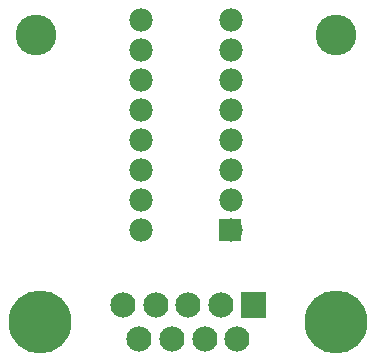
<source format=gbs>
G04 MADE WITH FRITZING*
G04 WWW.FRITZING.ORG*
G04 DOUBLE SIDED*
G04 HOLES PLATED*
G04 CONTOUR ON CENTER OF CONTOUR VECTOR*
%ASAXBY*%
%FSLAX23Y23*%
%MOIN*%
%OFA0B0*%
%SFA1.0B1.0*%
%ADD10C,0.084000*%
%ADD11C,0.210000*%
%ADD12C,0.077559*%
%ADD13C,0.135984*%
%ADD14R,0.077559X0.077559*%
%ADD15R,0.001000X0.001000*%
%LNMASK0*%
G90*
G70*
G54D10*
X844Y226D03*
X735Y226D03*
X626Y226D03*
X517Y226D03*
X407Y226D03*
X789Y114D03*
X680Y114D03*
X571Y114D03*
X462Y114D03*
G54D11*
X1118Y170D03*
X133Y170D03*
G54D12*
X767Y476D03*
X467Y476D03*
X767Y576D03*
X467Y576D03*
X767Y676D03*
X467Y676D03*
X767Y776D03*
X467Y776D03*
X767Y876D03*
X467Y876D03*
X767Y976D03*
X467Y976D03*
X767Y1076D03*
X467Y1076D03*
X767Y1176D03*
X467Y1176D03*
G54D13*
X117Y1126D03*
X1117Y1126D03*
G54D14*
X766Y476D03*
G54D15*
X802Y268D02*
X885Y268D01*
X802Y267D02*
X885Y267D01*
X802Y266D02*
X885Y266D01*
X802Y265D02*
X885Y265D01*
X802Y264D02*
X885Y264D01*
X802Y263D02*
X885Y263D01*
X802Y262D02*
X885Y262D01*
X802Y261D02*
X885Y261D01*
X802Y260D02*
X885Y260D01*
X802Y259D02*
X885Y259D01*
X802Y258D02*
X885Y258D01*
X802Y257D02*
X885Y257D01*
X802Y256D02*
X885Y256D01*
X802Y255D02*
X885Y255D01*
X802Y254D02*
X885Y254D01*
X802Y253D02*
X885Y253D01*
X802Y252D02*
X885Y252D01*
X802Y251D02*
X885Y251D01*
X802Y250D02*
X885Y250D01*
X802Y249D02*
X885Y249D01*
X802Y248D02*
X885Y248D01*
X802Y247D02*
X885Y247D01*
X802Y246D02*
X885Y246D01*
X802Y245D02*
X885Y245D01*
X802Y244D02*
X885Y244D01*
X802Y243D02*
X885Y243D01*
X802Y242D02*
X885Y242D01*
X802Y241D02*
X838Y241D01*
X848Y241D02*
X885Y241D01*
X802Y240D02*
X835Y240D01*
X851Y240D02*
X885Y240D01*
X802Y239D02*
X833Y239D01*
X853Y239D02*
X885Y239D01*
X802Y238D02*
X832Y238D01*
X854Y238D02*
X885Y238D01*
X802Y237D02*
X831Y237D01*
X855Y237D02*
X885Y237D01*
X802Y236D02*
X830Y236D01*
X856Y236D02*
X885Y236D01*
X802Y235D02*
X830Y235D01*
X856Y235D02*
X885Y235D01*
X802Y234D02*
X829Y234D01*
X857Y234D02*
X885Y234D01*
X802Y233D02*
X829Y233D01*
X857Y233D02*
X885Y233D01*
X802Y232D02*
X828Y232D01*
X858Y232D02*
X885Y232D01*
X802Y231D02*
X828Y231D01*
X858Y231D02*
X885Y231D01*
X802Y230D02*
X828Y230D01*
X858Y230D02*
X885Y230D01*
X802Y229D02*
X828Y229D01*
X858Y229D02*
X885Y229D01*
X802Y228D02*
X828Y228D01*
X858Y228D02*
X885Y228D01*
X802Y227D02*
X828Y227D01*
X858Y227D02*
X885Y227D01*
X802Y226D02*
X828Y226D01*
X858Y226D02*
X885Y226D01*
X802Y225D02*
X828Y225D01*
X858Y225D02*
X885Y225D01*
X802Y224D02*
X828Y224D01*
X858Y224D02*
X885Y224D01*
X802Y223D02*
X828Y223D01*
X858Y223D02*
X885Y223D01*
X802Y222D02*
X828Y222D01*
X858Y222D02*
X885Y222D01*
X802Y221D02*
X829Y221D01*
X858Y221D02*
X885Y221D01*
X802Y220D02*
X829Y220D01*
X857Y220D02*
X885Y220D01*
X802Y219D02*
X829Y219D01*
X857Y219D02*
X885Y219D01*
X802Y218D02*
X830Y218D01*
X856Y218D02*
X885Y218D01*
X802Y217D02*
X831Y217D01*
X855Y217D02*
X885Y217D01*
X802Y216D02*
X832Y216D01*
X854Y216D02*
X885Y216D01*
X802Y215D02*
X833Y215D01*
X853Y215D02*
X885Y215D01*
X802Y214D02*
X834Y214D01*
X852Y214D02*
X885Y214D01*
X802Y213D02*
X836Y213D01*
X850Y213D02*
X885Y213D01*
X802Y212D02*
X840Y212D01*
X846Y212D02*
X885Y212D01*
X802Y211D02*
X885Y211D01*
X802Y210D02*
X885Y210D01*
X802Y209D02*
X885Y209D01*
X802Y208D02*
X885Y208D01*
X802Y207D02*
X885Y207D01*
X802Y206D02*
X885Y206D01*
X802Y205D02*
X885Y205D01*
X802Y204D02*
X885Y204D01*
X802Y203D02*
X885Y203D01*
X802Y202D02*
X885Y202D01*
X802Y201D02*
X885Y201D01*
X802Y200D02*
X885Y200D01*
X802Y199D02*
X885Y199D01*
X802Y198D02*
X885Y198D01*
X802Y197D02*
X885Y197D01*
X802Y196D02*
X885Y196D01*
X802Y195D02*
X885Y195D01*
X802Y194D02*
X885Y194D01*
X802Y193D02*
X885Y193D01*
X802Y192D02*
X885Y192D01*
X802Y191D02*
X885Y191D01*
X802Y190D02*
X885Y190D01*
X802Y189D02*
X885Y189D01*
X802Y188D02*
X885Y188D01*
X802Y187D02*
X885Y187D01*
X802Y186D02*
X885Y186D01*
X802Y185D02*
X884Y185D01*
D02*
G04 End of Mask0*
M02*
</source>
